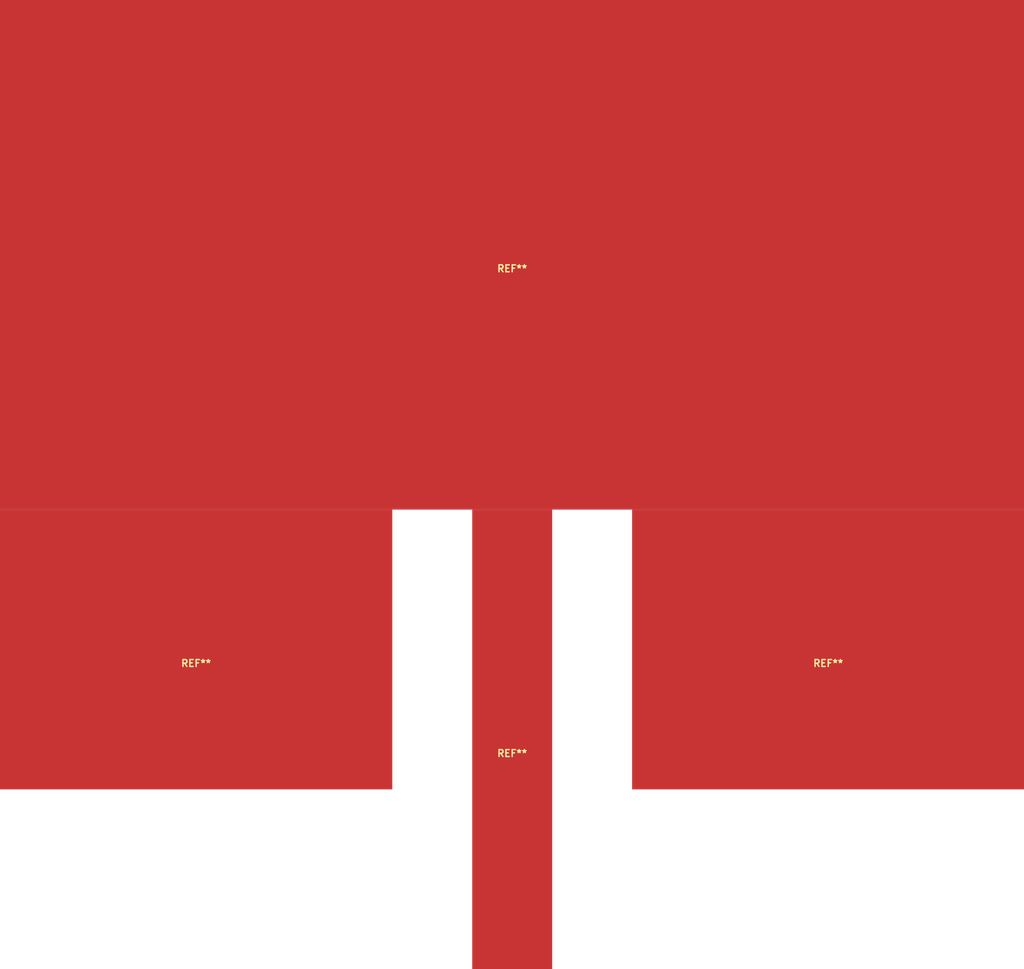
<source format=kicad_pcb>
(kicad_pcb (version 4) (host pcbnew 4.0.4+dfsg1-stable)

  (general
    (links 0)
    (no_connects 0)
    (area 0 0 0 0)
    (thickness 1.6)
    (drawings 0)
    (tracks 0)
    (zones 0)
    (modules 1)
    (nets 1)
  )

  (page A4)
  (layers
    (0 F.Cu signal)
    (31 B.Cu signal)
    (32 B.Adhes user)
    (33 F.Adhes user)
    (34 B.Paste user)
    (35 F.Paste user)
    (36 B.SilkS user)
    (37 F.SilkS user)
    (38 B.Mask user)
    (39 F.Mask user)
    (40 Dwgs.User user)
    (41 Cmts.User user)
    (42 Eco1.User user)
    (43 Eco2.User user)
    (44 Edge.Cuts user)
    (45 Margin user)
    (46 B.CrtYd user)
    (47 F.CrtYd user)
    (48 B.Fab user)
    (49 F.Fab user)
  )

  (setup
    (last_trace_width 0.25)
    (trace_clearance 0.2)
    (zone_clearance 0.508)
    (zone_45_only no)
    (trace_min 0.2)
    (segment_width 0.2)
    (edge_width 0.15)
    (via_size 0.6)
    (via_drill 0.4)
    (via_min_size 0.4)
    (via_min_drill 0.3)
    (uvia_size 0.3)
    (uvia_drill 0.1)
    (uvias_allowed no)
    (uvia_min_size 0.2)
    (uvia_min_drill 0.1)
    (pcb_text_width 0.3)
    (pcb_text_size 1.5 1.5)
    (mod_edge_width 0.15)
    (mod_text_size 1 1)
    (mod_text_width 0.15)
    (pad_size 1 3)
    (pad_drill 0)
    (pad_to_mask_clearance 0.2)
    (aux_axis_origin 0 0)
    (visible_elements FFFFFF7F)
    (pcbplotparams
      (layerselection 0x00030_80000001)
      (usegerberextensions false)
      (excludeedgelayer true)
      (linewidth 0.150000)
      (plotframeref false)
      (viasonmask false)
      (mode 1)
      (useauxorigin false)
      (hpglpennumber 1)
      (hpglpenspeed 20)
      (hpglpendiameter 15)
      (hpglpenoverlay 2)
      (psnegative false)
      (psa4output false)
      (plotreference true)
      (plotvalue true)
      (plotinvisibletext false)
      (padsonsilk false)
      (subtractmaskfromsilk false)
      (outputformat 1)
      (mirror false)
      (drillshape 1)
      (scaleselection 1)
      (outputdirectory ""))
  )

  (net 0 "")

  (net_class Default "This is the default net class."
    (clearance 0.2)
    (trace_width 0.25)
    (via_dia 0.6)
    (via_drill 0.4)
    (uvia_dia 0.3)
    (uvia_drill 0.1)
  )



  (module PATCH1 (layer F.Cu) (tedit 0) (tstamp 0)
    (at 0 0 0)
    (fp_text reference REF** (at 0 0.5) (layer F.SilkS)
      (effects (font (size 0.25 0.25) (thickness 0.05)))
    )
    (fp_text value micostrip_line (at 0 -0.5) (layer F.Fab)
      (effects (font (size 0.25 0.25) (thickness 0.05)))
    )
    (pad 1 smd rect (at 0 0 0) (size 37.0218 18.4168) (layers F.Cu))
  )

  (module PATCH2 (layer F.Cu) (tedit 0) (tstamp 0)
    (at 11.42235 14.2644 0)
    (fp_text reference REF** (at 0 0.5) (layer F.SilkS)
      (effects (font (size 0.25 0.25) (thickness 0.05)))
    )
    (fp_text value micostrip_line (at 0 -0.5) (layer F.Fab)
      (effects (font (size 0.25 0.25) (thickness 0.05)))
    )
    (pad 1 smd rect (at 0 0 0) (size 14.1771 10.112) (layers F.Cu))
  )

  (module PATCH3 (layer F.Cu) (tedit 0) (tstamp 0)
    (at -11.42235 14.2644 0)
    (fp_text reference REF** (at 0 0.5) (layer F.SilkS)
      (effects (font (size 0.25 0.25) (thickness 0.05)))
    )
    (fp_text value micostrip_line (at 0 -0.5) (layer F.Fab)
      (effects (font (size 0.25 0.25) (thickness 0.05)))
    )
    (pad 1 smd rect (at 0 0 0) (size 14.1771 10.112) (layers F.Cu))
  )

  (module LINE (layer F.Cu) (tedit 0) (tstamp 0)
    (at 0 17.5189 0)
    (fp_text reference REF** (at 0 0.5) (layer F.SilkS)
      (effects (font (size 0.25 0.25) (thickness 0.05)))
    )
    (fp_text value micostrip_line (at 0 -0.5) (layer F.Fab)
      (effects (font (size 0.25 0.25) (thickness 0.05)))
    )
    (pad 1 smd rect (at 0 0 0) (size 2.8892 16.621) (layers F.Cu))
  )



)

</source>
